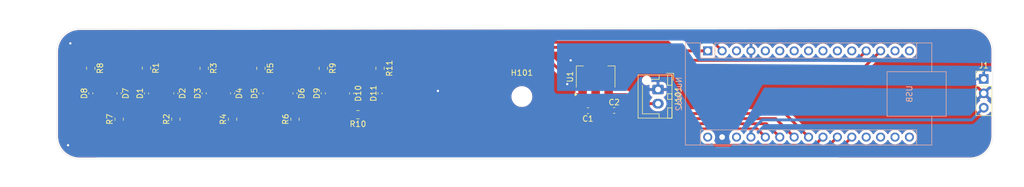
<source format=kicad_pcb>
(kicad_pcb (version 20241229) (generator "pcbnew") (generator_version "9.0")
  (layers (0 "F.Cu" signal) (2 "B.Cu" signal) (13 "F.Paste" user) (15 "B.Paste" user) (5 "F.SilkS" user "F.Silkscreen") (7 "B.SilkS" user "B.Silkscreen") (1 "F.Mask" user) (3 "B.Mask" user) (25 "Edge.Cuts" user))
  (net 0 "")
  (net 1 "Net-(D1-A)")
  (net 2 "GND")
  (net 3 "Net-(D2-A)")
  (net 4 "Net-(D3-A)")
  (net 5 "Net-(D4-A)")
  (net 6 "Net-(D5-A)")
  (net 7 "Net-(D6-A)")
  (net 8 "Net-(D7-A)")
  (net 9 "Net-(D8-A)")
  (net 10 "Net-(D9-A)")
  (net 11 "Net-(D10-A)")
  (net 12 "Net-(D11-A)")
  (net 13 "LED 1")
  (net 14 "LED 2")
  (net 15 "LED 3")
  (net 16 "LED 4")
  (net 17 "LED 5")
  (net 18 "LED 6")
  (net 19 "LED 7")
  (net 20 "LED 8")
  (net 21 "LED 9")
  (net 22 "LED 10")
  (net 23 "LED 11")
  (net 24 "hall senseor")
  (net 25 "3v3")
  (net 26 "batt+")
  (net 27 "+7.5V")
  (footprint "Resistor_SMD:R_0805_2012Metric_Pad1.20x1.40mm_HandSolder" (layer "F.Cu") (at 121 72 90)
    (property "Reference" "R6" (at 0 -1.65 90) (layer "F.SilkS"))
    (property "Value" "220")
    (fp_line (start -0.227064 -0.735) (end 0.227064 -0.735) (stroke (width 0.12)) (layer "F.SilkS"))
    (fp_line (start -0.227064 0.735) (end 0.227064 0.735) (stroke (width 0.12)) (layer "F.SilkS"))
    (pad "1" smd roundrect (at -1 0 90) (size 1.2 1.4) (layers "F.Cu" "F.Mask" "F.Paste") (roundrect_rratio 0.208333) (net 17 "LED 5"))
    (pad "2" smd roundrect (at 1 0 90) (size 1.2 1.4) (layers "F.Cu" "F.Mask" "F.Paste") (roundrect_rratio 0.208333) (net 7 "Net-(D6-A)"))
  )
  (footprint "Capacitor_SMD:C_0402_1005Metric_Pad0.74x0.62mm_HandSolder" (layer "F.Cu") (at 115 67.4325 90)
    (property "Reference" "D5" (at 0 -1.16 90) (layer "F.SilkS"))
    (property "Value" "LED")
    (fp_line (start -0.115835 -0.36) (end 0.115835 -0.36) (stroke (width 0.12)) (layer "F.SilkS"))
    (fp_line (start -0.115835 0.36) (end 0.115835 0.36) (stroke (width 0.12)) (layer "F.SilkS"))
    (pad "1" smd roundrect (at -0.5675 0 90) (size 0.735 0.62) (layers "F.Cu" "F.Mask" "F.Paste") (net 2 "GND"))
    (pad "2" smd roundrect (at 0.5675 0 90) (size 0.735 0.62) (layers "F.Cu" "F.Mask" "F.Paste") (net 6 "Net-(D5-A)"))
  )
  (footprint "Package_TO_SOT_SMD:SOT-223-3_TabPin2" (layer "F.Cu") (at 174 64.5 90)
    (property "Reference" "U1" (at 0 -4.5 90) (layer "F.SilkS"))
    (property "Value" "AZ1117-3.3")
    (fp_line (start 1.91 -3.41) (end 1.91 -2.15) (stroke (width 0.12)) (layer "F.SilkS"))
    (fp_line (start -1.85 -3.41) (end 1.91 -3.41) (stroke (width 0.12)) (layer "F.SilkS"))
    (fp_line (start 1.91 3.41) (end 1.91 2.15) (stroke (width 0.12)) (layer "F.SilkS"))
    (fp_line (start -1.85 3.41) (end 1.91 3.41) (stroke (width 0.12)) (layer "F.SilkS"))
    (fp_poly (pts (xy -3.13 -3.31) (xy -3.37 -3.64) (xy -2.89 -3.64) (xy -3.13 -3.31)) (stroke (width 0.12)) (fill yes) (layer "F.SilkS"))
    (pad "1" smd roundrect (at -3.15 -2.3 90) (size 2 1.5) (layers "F.Cu" "F.Mask" "F.Paste") (net 2 "GND"))
    (pad "2" smd roundrect (at -3.15 0 90) (size 2 1.5) (layers "F.Cu" "F.Mask" "F.Paste") (net 25 "3v3"))
    (pad "2" smd roundrect (at 3.15 0 90) (size 2 3.8) (layers "F.Cu" "F.Mask" "F.Paste") (net 25 "3v3"))
    (pad "3" smd roundrect (at -3.15 2.3 90) (size 2 1.5) (layers "F.Cu" "F.Mask" "F.Paste") (net 26 "batt+"))
  )
  (footprint "Resistor_SMD:R_0805_2012Metric_Pad1.20x1.40mm_HandSolder" (layer "F.Cu") (at 132.1 71.2 180)
    (property "Reference" "R10" (at 0 -1.65 0) (layer "F.SilkS"))
    (property "Value" "220")
    (fp_line (start -0.227064 0.735) (end 0.227064 0.735) (stroke (width 0.12)) (layer "F.SilkS"))
    (fp_line (start -0.227064 -0.735) (end 0.227064 -0.735) (stroke (width 0.12)) (layer "F.SilkS"))
    (pad "1" smd roundrect (at -1 0 180) (size 1.2 1.4) (layers "F.Cu" "F.Mask" "F.Paste") (roundrect_rratio 0.208333) (net 18 "LED 6"))
    (pad "2" smd roundrect (at 1 0 180) (size 1.2 1.4) (layers "F.Cu" "F.Mask" "F.Paste") (roundrect_rratio 0.208333) (net 11 "Net-(D10-A)"))
  )
  (footprint "Capacitor_SMD:C_0402_1005Metric_Pad0.74x0.62mm_HandSolder" (layer "F.Cu") (at 105 67.4325 90)
    (property "Reference" "D3" (at 0 -1.16 90) (layer "F.SilkS"))
    (property "Value" "LED")
    (fp_line (start -0.115835 -0.36) (end 0.115835 -0.36) (stroke (width 0.12)) (layer "F.SilkS"))
    (fp_line (start -0.115835 0.36) (end 0.115835 0.36) (stroke (width 0.12)) (layer "F.SilkS"))
    (pad "1" smd roundrect (at -0.5675 0 90) (size 0.735 0.62) (layers "F.Cu" "F.Mask" "F.Paste") (net 2 "GND"))
    (pad "2" smd roundrect (at 0.5675 0 90) (size 0.735 0.62) (layers "F.Cu" "F.Mask" "F.Paste") (net 4 "Net-(D3-A)"))
  )
  (footprint "MountingHole:MountingHole_3.2mm_M3" (layer "F.Cu") (at 161 68)
    (property "Reference" "H101" (at 0 -4.2 0) (layer "F.SilkS"))
    (property "Value" "MountingHole")
    (pad "" np_thru_hole circle (at 0 0) (size 3.2 3.2) (drill 3.2) (layers "*.Cu" "*.Mask"))
  )
  (footprint "Resistor_SMD:R_0805_2012Metric_Pad1.20x1.40mm_HandSolder" (layer "F.Cu") (at 110 72 90)
    (property "Reference" "R4" (at 0 -1.65 90) (layer "F.SilkS"))
    (property "Value" "220")
    (fp_line (start -0.227064 -0.735) (end 0.227064 -0.735) (stroke (width 0.12)) (layer "F.SilkS"))
    (fp_line (start -0.227064 0.735) (end 0.227064 0.735) (stroke (width 0.12)) (layer "F.SilkS"))
    (pad "1" smd roundrect (at -1 0 90) (size 1.2 1.4) (layers "F.Cu" "F.Mask" "F.Paste") (roundrect_rratio 0.208333) (net 16 "LED 4"))
    (pad "2" smd roundrect (at 1 0 90) (size 1.2 1.4) (layers "F.Cu" "F.Mask" "F.Paste") (roundrect_rratio 0.208333) (net 5 "Net-(D4-A)"))
  )
  (footprint "Resistor_SMD:R_0805_2012Metric_Pad1.20x1.40mm_HandSolder" (layer "F.Cu") (at 126 63 -90)
    (property "Reference" "R9" (at 0 -1.65 90) (layer "F.SilkS"))
    (property "Value" "220")
    (fp_line (start -0.227064 0.735) (end 0.227064 0.735) (stroke (width 0.12)) (layer "F.SilkS"))
    (fp_line (start -0.227064 -0.735) (end 0.227064 -0.735) (stroke (width 0.12)) (layer "F.SilkS"))
    (pad "1" smd roundrect (at -1 0 270) (size 1.2 1.4) (layers "F.Cu" "F.Mask" "F.Paste") (roundrect_rratio 0.208333) (net 22 "LED 10"))
    (pad "2" smd roundrect (at 1 0 270) (size 1.2 1.4) (layers "F.Cu" "F.Mask" "F.Paste") (roundrect_rratio 0.208333) (net 10 "Net-(D9-A)"))
  )
  (footprint "Resistor_SMD:R_0805_2012Metric_Pad1.20x1.40mm_HandSolder" (layer "F.Cu") (at 90 72 90)
    (property "Reference" "R7" (at 0 -1.65 90) (layer "F.SilkS"))
    (property "Value" "220")
    (fp_line (start -0.227064 -0.735) (end 0.227064 -0.735) (stroke (width 0.12)) (layer "F.SilkS"))
    (fp_line (start -0.227064 0.735) (end 0.227064 0.735) (stroke (width 0.12)) (layer "F.SilkS"))
    (pad "1" smd roundrect (at -1 0 90) (size 1.2 1.4) (layers "F.Cu" "F.Mask" "F.Paste") (roundrect_rratio 0.208333) (net 19 "LED 7"))
    (pad "2" smd roundrect (at 1 0 90) (size 1.2 1.4) (layers "F.Cu" "F.Mask" "F.Paste") (roundrect_rratio 0.208333) (net 8 "Net-(D7-A)"))
  )
  (footprint "Resistor_SMD:R_0805_2012Metric_Pad1.20x1.40mm_HandSolder" (layer "F.Cu") (at 136 63 -90)
    (property "Reference" "R11" (at 0 -1.65 90) (layer "F.SilkS"))
    (property "Value" "220")
    (fp_line (start -0.227064 0.735) (end 0.227064 0.735) (stroke (width 0.12)) (layer "F.SilkS"))
    (fp_line (start -0.227064 -0.735) (end 0.227064 -0.735) (stroke (width 0.12)) (layer "F.SilkS"))
    (pad "1" smd roundrect (at -1 0 270) (size 1.2 1.4) (layers "F.Cu" "F.Mask" "F.Paste") (roundrect_rratio 0.208333) (net 23 "LED 11"))
    (pad "2" smd roundrect (at 1 0 270) (size 1.2 1.4) (layers "F.Cu" "F.Mask" "F.Paste") (roundrect_rratio 0.208333) (net 12 "Net-(D11-A)"))
  )
  (footprint "Capacitor_SMD:C_0402_1005Metric_Pad0.74x0.62mm_HandSolder" (layer "F.Cu") (at 90 67.4325 -90)
    (property "Reference" "D7" (at 0 -1.16 90) (layer "F.SilkS"))
    (property "Value" "LED")
    (fp_line (start -0.115835 0.36) (end 0.115835 0.36) (stroke (width 0.12)) (layer "F.SilkS"))
    (fp_line (start -0.115835 -0.36) (end 0.115835 -0.36) (stroke (width 0.12)) (layer "F.SilkS"))
    (pad "1" smd roundrect (at -0.5675 0 270) (size 0.735 0.62) (layers "F.Cu" "F.Mask" "F.Paste") (net 2 "GND"))
    (pad "2" smd roundrect (at 0.5675 0 270) (size 0.735 0.62) (layers "F.Cu" "F.Mask" "F.Paste") (net 8 "Net-(D7-A)"))
  )
  (footprint "Capacitor_SMD:C_0402_1005Metric_Pad0.74x0.62mm_HandSolder" (layer "F.Cu") (at 121 67.4325 -90)
    (property "Reference" "D6" (at 0 -1.16 90) (layer "F.SilkS"))
    (property "Value" "LED")
    (fp_line (start -0.115835 0.36) (end 0.115835 0.36) (stroke (width 0.12)) (layer "F.SilkS"))
    (fp_line (start -0.115835 -0.36) (end 0.115835 -0.36) (stroke (width 0.12)) (layer "F.SilkS"))
    (pad "1" smd roundrect (at -0.5675 0 270) (size 0.735 0.62) (layers "F.Cu" "F.Mask" "F.Paste") (net 2 "GND"))
    (pad "2" smd roundrect (at 0.5675 0 270) (size 0.735 0.62) (layers "F.Cu" "F.Mask" "F.Paste") (net 7 "Net-(D6-A)"))
  )
  (footprint "Capacitor_SMD:C_0402_1005Metric_Pad0.74x0.62mm_HandSolder" (layer "F.Cu") (at 126 67.4325 90)
    (property "Reference" "D9" (at 0 -1.16 90) (layer "F.SilkS"))
    (property "Value" "LED")
    (fp_line (start -0.115835 -0.36) (end 0.115835 -0.36) (stroke (width 0.12)) (layer "F.SilkS"))
    (fp_line (start -0.115835 0.36) (end 0.115835 0.36) (stroke (width 0.12)) (layer "F.SilkS"))
    (pad "1" smd roundrect (at -0.5675 0 90) (size 0.735 0.62) (layers "F.Cu" "F.Mask" "F.Paste") (net 2 "GND"))
    (pad "2" smd roundrect (at 0.5675 0 90) (size 0.735 0.62) (layers "F.Cu" "F.Mask" "F.Paste") (net 10 "Net-(D9-A)"))
  )
  (footprint "Capacitor_SMD:C_0402_1005Metric_Pad0.74x0.62mm_HandSolder" (layer "F.Cu") (at 130.99 67.4325 -90)
    (property "Reference" "D10" (at 0 -1.16 90) (layer "F.SilkS"))
    (property "Value" "LED")
    (fp_line (start -0.115835 0.36) (end 0.115835 0.36) (stroke (width 0.12)) (layer "F.SilkS"))
    (fp_line (start -0.115835 -0.36) (end 0.115835 -0.36) (stroke (width 0.12)) (layer "F.SilkS"))
    (pad "1" smd roundrect (at -0.5675 0 270) (size 0.735 0.62) (layers "F.Cu" "F.Mask" "F.Paste") (net 2 "GND"))
    (pad "2" smd roundrect (at 0.5675 0 270) (size 0.735 0.62) (layers "F.Cu" "F.Mask" "F.Paste") (net 11 "Net-(D10-A)"))
  )
  (footprint "Capacitor_SMD:C_0603_1608Metric_Pad1.08x0.95mm_HandSolder" (layer "F.Cu") (at 177.2675 70.45)
    (property "Reference" "C2" (at 0 -1.43 0) (layer "F.SilkS"))
    (property "Value" "C")
    (fp_line (start -0.146267 -0.51) (end 0.146267 -0.51) (stroke (width 0.12)) (layer "F.SilkS"))
    (fp_line (start -0.146267 0.51) (end 0.146267 0.51) (stroke (width 0.12)) (layer "F.SilkS"))
    (pad "1" smd roundrect (at -0.8625 0) (size 1.075 0.95) (layers "F.Cu" "F.Mask" "F.Paste") (net 26 "batt+"))
    (pad "2" smd roundrect (at 0.8625 0) (size 1.075 0.95) (layers "F.Cu" "F.Mask" "F.Paste") (net 2 "GND"))
  )
  (footprint "Resistor_SMD:R_0805_2012Metric_Pad1.20x1.40mm_HandSolder" (layer "F.Cu") (at 85 63 -90)
    (property "Reference" "R8" (at 0 -1.65 90) (layer "F.SilkS"))
    (property "Value" "220")
    (fp_line (start -0.227064 0.735) (end 0.227064 0.735) (stroke (width 0.12)) (layer "F.SilkS"))
    (fp_line (start -0.227064 -0.735) (end 0.227064 -0.735) (stroke (width 0.12)) (layer "F.SilkS"))
    (pad "1" smd roundrect (at -1 0 270) (size 1.2 1.4) (layers "F.Cu" "F.Mask" "F.Paste") (roundrect_rratio 0.208333) (net 13 "LED 1"))
    (pad "2" smd roundrect (at 1 0 270) (size 1.2 1.4) (layers "F.Cu" "F.Mask" "F.Paste") (roundrect_rratio 0.208333) (net 9 "Net-(D8-A)"))
  )
  (footprint "Resistor_SMD:R_0805_2012Metric_Pad1.20x1.40mm_HandSolder" (layer "F.Cu") (at 94.82 62.97 -90)
    (property "Reference" "R1" (at 0 -1.65 90) (layer "F.SilkS"))
    (property "Value" "220")
    (fp_line (start -0.227064 0.735) (end 0.227064 0.735) (stroke (width 0.12)) (layer "F.SilkS"))
    (fp_line (start -0.227064 -0.735) (end 0.227064 -0.735) (stroke (width 0.12)) (layer "F.SilkS"))
    (pad "1" smd roundrect (at -1 0 270) (size 1.2 1.4) (layers "F.Cu" "F.Mask" "F.Paste") (roundrect_rratio 0.208333) (net 14 "LED 2"))
    (pad "2" smd roundrect (at 1 0 270) (size 1.2 1.4) (layers "F.Cu" "F.Mask" "F.Paste") (roundrect_rratio 0.208333) (net 1 "Net-(D1-A)"))
  )
  (footprint "Connector_JST:JST_XH_B2B-XH-AM_1x02_P2.50mm_Vertical" (layer "F.Cu") (at 185 66.75 -90)
    (property "Reference" "J101" (at 1.25 -3.55 270) (layer "F.SilkS"))
    (property "Value" "Conn_01x02")
    (fp_line (start -2.56 3.51) (end 5.06 3.51) (stroke (width 0.12)) (layer "F.SilkS"))
    (fp_line (start 5.06 3.51) (end 5.06 -2.46) (stroke (width 0.12)) (layer "F.SilkS"))
    (fp_line (start 1.25 2.75) (end -0.74 2.75) (stroke (width 0.12)) (layer "F.SilkS"))
    (fp_line (start 4.3 2.75) (end 1.25 2.75) (stroke (width 0.12)) (layer "F.SilkS"))
    (fp_line (start -2.55 -0.2) (end -1.8 -0.2) (stroke (width 0.12)) (layer "F.SilkS"))
    (fp_line (start -1.8 -0.2) (end -1.8 1.14) (stroke (width 0.12)) (layer "F.SilkS"))
    (fp_line (start 4.3 -0.2) (end 4.3 2.75) (stroke (width 0.12)) (layer "F.SilkS"))
    (fp_line (start 5.05 -0.2) (end 4.3 -0.2) (stroke (width 0.12)) (layer "F.SilkS"))
    (fp_line (start -2.55 -1.7) (end -0.75 -1.7) (stroke (width 0.12)) (layer "F.SilkS"))
    (fp_line (start -0.75 -1.7) (end -0.75 -2.45) (stroke (width 0.12)) (layer "F.SilkS"))
    (fp_line (start 0.75 -1.7) (end 1.75 -1.7) (stroke (width 0.12)) (layer "F.SilkS"))
    (fp_line (start 1.75 -1.7) (end 1.75 -2.45) (stroke (width 0.12)) (layer "F.SilkS"))
    (fp_line (start 3.25 -1.7) (end 5.05 -1.7) (stroke (width 0.12)) (layer "F.SilkS"))
    (fp_line (start 5.05 -1.7) (end 5.05 -2.45) (stroke (width 0.12)) (layer "F.SilkS"))
    (fp_line (start -2.55 -2.45) (end -2.55 -1.7) (stroke (width 0.12)) (layer "F.SilkS"))
    (fp_line (start -0.75 -2.45) (end -2.55 -2.45) (stroke (width 0.12)) (layer "F.SilkS"))
    (fp_line (start 0.75 -2.45) (end 0.75 -1.7) (stroke (width 0.12)) (layer "F.SilkS"))
    (fp_line (start 1.75 -2.45) (end 0.75 -2.45) (stroke (width 0.12)) (layer "F.SilkS"))
    (fp_line (start 3.25 -2.45) (end 3.25 -1.7) (stroke (width 0.12)) (layer "F.SilkS"))
    (fp_line (start 5.05 -2.45) (end 3.25 -2.45) (stroke (width 0.12)) (layer "F.SilkS"))
    (fp_line (start -2.56 -2.46) (end -2.56 3.51) (stroke (width 0.12)) (layer "F.SilkS"))
    (fp_line (start 5.06 -2.46) (end -2.56 -2.46) (stroke (width 0.12)) (layer "F.SilkS"))
    (fp_line (start -2.85 -2.75) (end -2.85 -1.5) (stroke (width 0.12)) (layer "F.SilkS"))
    (fp_line (start -1.6 -2.75) (end -2.85 -2.75) (stroke (width 0.12)) (layer "F.SilkS"))
    (pad "" np_thru_hole circle (at -1.6 2 270) (size 1.2 1.2) (drill 1.2) (layers "*.Cu" "*.Mask"))
    (pad "1" thru_hole roundrect (at 0 0 270) (size 1.7 2) (drill 1) (layers "*.Cu" "*.Mask") (roundrect_rratio 0.147059) (net 2 "GND"))
    (pad "2" thru_hole oval (at 2.5 0 270) (size 1.7 2) (drill 1) (layers "*.Cu" "*.Mask") (net 26 "batt+"))
  )
  (footprint "Capacitor_SMD:C_0402_1005Metric_Pad0.74x0.62mm_HandSolder" (layer "F.Cu") (at 136 67.4325 90)
    (property "Reference" "D11" (at 0 -1.16 90) (layer "F.SilkS"))
    (property "Value" "LED")
    (fp_line (start -0.115835 -0.36) (end 0.115835 -0.36) (stroke (width 0.12)) (layer "F.SilkS"))
    (fp_line (start -0.115835 0.36) (end 0.115835 0.36) (stroke (width 0.12)) (layer "F.SilkS"))
    (pad "1" smd roundrect (at -0.5675 0 90) (size 0.735 0.62) (layers "F.Cu" "F.Mask" "F.Paste") (net 2 "GND"))
    (pad "2" smd roundrect (at 0.5675 0 90) (size 0.735 0.62) (layers "F.Cu" "F.Mask" "F.Paste") (net 12 "Net-(D11-A)"))
  )
  (footprint "Capacitor_SMD:C_0402_1005Metric_Pad0.74x0.62mm_HandSolder" (layer "F.Cu") (at 85 67.4325 90)
    (property "Reference" "D8" (at 0 -1.16 90) (layer "F.SilkS"))
    (property "Value" "LED")
    (fp_line (start -0.115835 -0.36) (end 0.115835 -0.36) (stroke (width 0.12)) (layer "F.SilkS"))
    (fp_line (start -0.115835 0.36) (end 0.115835 0.36) (stroke (width 0.12)) (layer "F.SilkS"))
    (pad "1" smd roundrect (at -0.5675 0 90) (size 0.735 0.62) (layers "F.Cu" "F.Mask" "F.Paste") (net 2 "GND"))
    (pad "2" smd roundrect (at 0.5675 0 90) (size 0.735 0.62) (layers "F.Cu" "F.Mask" "F.Paste") (net 9 "Net-(D8-A)"))
  )
  (footprint "Capacitor_SMD:C_0402_1005Metric_Pad0.74x0.62mm_HandSolder" (layer "F.Cu") (at 110 67.4325 -90)
    (property "Reference" "D4" (at 0 -1.16 90) (layer "F.SilkS"))
    (property "Value" "LED")
    (fp_line (start -0.115835 0.36) (end 0.115835 0.36) (stroke (width 0.12)) (layer "F.SilkS"))
    (fp_line (start -0.115835 -0.36) (end 0.115835 -0.36) (stroke (width 0.12)) (layer "F.SilkS"))
    (pad "1" smd roundrect (at -0.5675 0 270) (size 0.735 0.62) (layers "F.Cu" "F.Mask" "F.Paste") (net 2 "GND"))
    (pad "2" smd roundrect (at 0.5675 0 270) (size 0.735 0.62) (layers "F.Cu" "F.Mask" "F.Paste") (net 5 "Net-(D4-A)"))
  )
  (footprint "Resistor_SMD:R_0805_2012Metric_Pad1.20x1.40mm_HandSolder" (layer "F.Cu") (at 115 63 -90)
    (property "Reference" "R5" (at 0 -1.65 90) (layer "F.SilkS"))
    (property "Value" "220")
    (fp_line (start -0.227064 0.735) (end 0.227064 0.735) (stroke (width 0.12)) (layer "F.SilkS"))
    (fp_line (start -0.227064 -0.735) (end 0.227064 -0.735) (stroke (width 0.12)) (layer "F.SilkS"))
    (pad "1" smd roundrect (at -1 0 270) (size 1.2 1.4) (layers "F.Cu" "F.Mask" "F.Paste") (roundrect_rratio 0.208333) (net 20 "LED 8"))
    (pad "2" smd roundrect (at 1 0 270) (size 1.2 1.4) (layers "F.Cu" "F.Mask" "F.Paste") (roundrect_rratio 0.208333) (net 6 "Net-(D5-A)"))
  )
  (footprint "Connector_PinHeader_2.54mm:PinHeader_1x03_P2.54mm_Vertical" (layer "F.Cu") (at 242.42 64.89)
    (property "Reference" "J1" (at 0 -2.38 0) (layer "F.SilkS"))
    (property "Value" "Conn_01x03_Pin")
    (fp_line (start -1.38 -1.38) (end 0 -1.38) (stroke (width 0.12)) (layer "F.SilkS"))
    (fp_line (start -1.38 0) (end -1.38 -1.38) (stroke (width 0.12)) (layer "F.SilkS"))
    (fp_line (start -1.38 1.27) (end -1.38 6.46) (stroke (width 0.12)) (layer "F.SilkS"))
    (fp_line (start -1.38 1.27) (end 1.38 1.27) (stroke (width 0.12)) (layer "F.SilkS"))
    (fp_line (start -1.38 6.46) (end 1.38 6.46) (stroke (width 0.12)) (layer "F.SilkS"))
    (fp_line (start 1.38 1.27) (end 1.38 6.46) (stroke (width 0.12)) (layer "F.SilkS"))
    (pad "1" thru_hole rect (at 0 0) (size 1.7 1.7) (drill 1) (layers "*.Cu" "*.Mask") (net 25 "3v3"))
    (pad "2" thru_hole circle (at 0 2.54) (size 1.7 1.7) (drill 1) (layers "*.Cu" "*.Mask") (net 2 "GND"))
    (pad "3" thru_hole circle (at 0 5.08) (size 1.7 1.7) (drill 1) (layers "*.Cu" "*.Mask") (net 24 "hall senseor"))
  )
  (footprint "Resistor_SMD:R_0805_2012Metric_Pad1.20x1.40mm_HandSolder" (layer "F.Cu") (at 100 72 90)
    (property "Reference" "R2" (at 0 -1.65 90) (layer "F.SilkS"))
    (property "Value" "220")
    (fp_line (start -0.227064 -0.735) (end 0.227064 -0.735) (stroke (width 0.12)) (layer "F.SilkS"))
    (fp_line (start -0.227064 0.735) (end 0.227064 0.735) (stroke (width 0.12)) (layer "F.SilkS"))
    (pad "1" smd roundrect (at -1 0 90) (size 1.2 1.4) (layers "F.Cu" "F.Mask" "F.Paste") (roundrect_rratio 0.208333) (net 15 "LED 3"))
    (pad "2" smd roundrect (at 1 0 90) (size 1.2 1.4) (layers "F.Cu" "F.Mask" "F.Paste") (roundrect_rratio 0.208333) (net 3 "Net-(D2-A)"))
  )
  (footprint "Capacitor_SMD:C_0603_1608Metric_Pad1.08x0.95mm_HandSolder" (layer "F.Cu") (at 172.64 70.49 180)
    (property "Reference" "C1" (at 0 -1.43 0) (layer "F.SilkS"))
    (property "Value" "C")
    (fp_line (start -0.146267 0.51) (end 0.146267 0.51) (stroke (width 0.12)) (layer "F.SilkS"))
    (fp_line (start -0.146267 -0.51) (end 0.146267 -0.51) (stroke (width 0.12)) (layer "F.SilkS"))
    (pad "1" smd roundrect (at -0.8625 0 180) (size 1.075 0.95) (layers "F.Cu" "F.Mask" "F.Paste") (net 25 "3v3"))
    (pad "2" smd roundrect (at 0.8625 0 180) (size 1.075 0.95) (layers "F.Cu" "F.Mask" "F.Paste") (net 2 "GND"))
  )
  (footprint "Capacitor_SMD:C_0402_1005Metric_Pad0.74x0.62mm_HandSolder" (layer "F.Cu") (at 94.83 67.4325 90)
    (property "Reference" "D1" (at 0 -1.16 90) (layer "F.SilkS"))
    (property "Value" "LED")
    (fp_line (start -0.115835 -0.36) (end 0.115835 -0.36) (stroke (width 0.12)) (layer "F.SilkS"))
    (fp_line (start -0.115835 0.36) (end 0.115835 0.36) (stroke (width 0.12)) (layer "F.SilkS"))
    (pad "1" smd roundrect (at -0.5675 0 90) (size 0.735 0.62) (layers "F.Cu" "F.Mask" "F.Paste") (net 2 "GND"))
    (pad "2" smd roundrect (at 0.5675 0 90) (size 0.735 0.62) (layers "F.Cu" "F.Mask" "F.Paste") (net 1 "Net-(D1-A)"))
  )
  (footprint "Resistor_SMD:R_0805_2012Metric_Pad1.20x1.40mm_HandSolder" (layer "F.Cu") (at 105 63 -90)
    (property "Reference" "R3" (at 0 -1.65 90) (layer "F.SilkS"))
    (property "Value" "220")
    (fp_line (start -0.227064 0.735) (end 0.227064 0.735) (stroke (width 0.12)) (layer "F.SilkS"))
    (fp_line (start -0.227064 -0.735) (end 0.227064 -0.735) (stroke (width 0.12)) (layer "F.SilkS"))
    (pad "1" smd roundrect (at -1 0 270) (size 1.2 1.4) (layers "F.Cu" "F.Mask" "F.Paste") (roundrect_rratio 0.208333) (net 21 "LED 9"))
    (pad "2" smd roundrect (at 1 0 270) (size 1.2 1.4) (layers "F.Cu" "F.Mask" "F.Paste") (roundrect_rratio 0.208333) (net 4 "Net-(D3-A)"))
  )
  (footprint "Capacitor_SMD:C_0402_1005Metric_Pad0.74x0.62mm_HandSolder" (layer "F.Cu") (at 100 67.4325 -90)
    (property "Reference" "D2" (at 0 -1.16 90) (layer "F.SilkS"))
    (property "Value" "LED")
    (fp_line (start -0.115835 0.36) (end 0.115835 0.36) (stroke (width 0.12)) (layer "F.SilkS"))
    (fp_line (start -0.115835 -0.36) (end 0.115835 -0.36) (stroke (width 0.12)) (layer "F.SilkS"))
    (pad "1" smd roundrect (at -0.5675 0 270) (size 0.735 0.62) (layers "F.Cu" "F.Mask" "F.Paste") (net 2 "GND"))
    (pad "2" smd roundrect (at 0.5675 0 270) (size 0.735 0.62) (layers "F.Cu" "F.Mask" "F.Paste") (net 3 "Net-(D2-A)"))
  )
  (footprint "Module:Arduino_Nano" (layer "B.Cu") (at 193.76 59.92 -90)
    (property "Reference" "Nucleo2" (at 7.62 5.08 90) (layer "B.SilkS") (effects (justify mirror)))
    (property "Value" "~")
    (fp_line (start -1.4 3.94) (end -1.4 1.27) (stroke (width 0.12)) (layer "B.SilkS"))
    (fp_line (start 16.64 3.94) (end -1.4 3.94) (stroke (width 0.12)) (layer "B.SilkS"))
    (fp_line (start 1.27 1.27) (end -1.4 1.27) (stroke (width 0.12)) (layer "B.SilkS"))
    (fp_line (start 13.97 1.27) (end 16.64 1.27) (stroke (width 0.12)) (layer "B.SilkS"))
    (fp_line (start 13.97 1.27) (end 13.97 -36.83) (stroke (width 0.12)) (layer "B.SilkS"))
    (fp_line (start -1.4 -1.27) (end -1.4 -39.5) (stroke (width 0.12)) (layer "B.SilkS"))
    (fp_line (start 1.27 -1.27) (end 1.27 1.27) (stroke (width 0.12)) (layer "B.SilkS"))
    (fp_line (start 1.27 -1.27) (end -1.4 -1.27) (stroke (width 0.12)) (layer "B.SilkS"))
    (fp_line (start 1.27 -1.27) (end 1.27 -36.83) (stroke (width 0.12)) (layer "B.SilkS"))
    (fp_line (start 3.68 -31.62) (end 11.56 -31.62) (stroke (width 0.12)) (layer "B.SilkS"))
    (fp_line (start 11.56 -31.62) (end 11.56 -42.04) (stroke (width 0.12)) (layer "B.SilkS"))
    (fp_line (start 1.27 -36.83) (end -1.4 -36.83) (stroke (width 0.12)) (layer "B.SilkS"))
    (fp_line (start 13.97 -36.83) (end 16.64 -36.83) (stroke (width 0.12)) (layer "B.SilkS"))
    (fp_line (start -1.4 -39.5) (end 3.68 -39.5) (stroke (width 0.12)) (layer "B.SilkS"))
    (fp_line (start 16.64 -39.5) (end 16.64 3.94) (stroke (width 0.12)) (layer "B.SilkS"))
    (fp_line (start 16.64 -39.5) (end 11.56 -39.5) (stroke (width 0.12)) (layer "B.SilkS"))
    (fp_line (start 3.68 -42.04) (end 3.68 -31.62) (stroke (width 0.12)) (layer "B.SilkS"))
    (fp_line (start 11.56 -42.04) (end 3.68 -42.04) (stroke (width 0.12)) (layer "B.SilkS"))
    (fp_text user "USB" (at 7.62 -35.56 90) (layer "B.SilkS") (effects (justify mirror)))
    (pad "1" thru_hole rect (at 0 0 270) (size 1.6 1.6) (drill 1) (layers "*.Cu" "*.Mask") (net 20 "LED 8"))
    (pad "2" thru_hole oval (at 0 -2.54 270) (size 1.6 1.6) (drill 1) (layers "*.Cu" "*.Mask") (net 21 "LED 9"))
    (pad "3" thru_hole oval (at 0 -5.08 270) (size 1.6 1.6) (drill 1) (layers "*.Cu" "*.Mask"))
    (pad "4" thru_hole oval (at 0 -7.62 270) (size 1.6 1.6) (drill 1) (layers "*.Cu" "*.Mask") (net 2 "GND"))
    (pad "5" thru_hole oval (at 0 -10.16 270) (size 1.6 1.6) (drill 1) (layers "*.Cu" "*.Mask"))
    (pad "6" thru_hole oval (at 0 -12.7 270) (size 1.6 1.6) (drill 1) (layers "*.Cu" "*.Mask"))
    (pad "7" thru_hole oval (at 0 -15.24 270) (size 1.6 1.6) (drill 1) (layers "*.Cu" "*.Mask"))
    (pad "8" thru_hole oval (at 0 -17.78 270) (size 1.6 1.6) (drill 1) (layers "*.Cu" "*.Mask"))
    (pad "9" thru_hole oval (at 0 -20.32 270) (size 1.6 1.6) (drill 1) (layers "*.Cu" "*.Mask"))
    (pad "10" thru_hole oval (at 0 -22.86 270) (size 1.6 1.6) (drill 1) (layers "*.Cu" "*.Mask"))
    (pad "11" thru_hole oval (at 0 -25.4 270) (size 1.6 1.6) (drill 1) (layers "*.Cu" "*.Mask"))
    (pad "12" thru_hole oval (at 0 -27.94 270) (size 1.6 1.6) (drill 1) (layers "*.Cu" "*.Mask") (net 22 "LED 10"))
    (pad "13" thru_hole oval (at 0 -30.48 270) (size 1.6 1.6) (drill 1) (layers "*.Cu" "*.Mask") (net 23 "LED 11"))
    (pad "14" thru_hole oval (at 0 -33.02 270) (size 1.6 1.6) (drill 1) (layers "*.Cu" "*.Mask"))
    (pad "15" thru_hole oval (at 0 -35.56 270) (size 1.6 1.6) (drill 1) (layers "*.Cu" "*.Mask"))
    (pad "16" thru_hole oval (at 15.24 -35.56 270) (size 1.6 1.6) (drill 1) (layers "*.Cu" "*.Mask") (net 27 "+7.5V"))
    (pad "17" thru_hole oval (at 15.24 -33.02 270) (size 1.6 1.6) (drill 1) (layers "*.Cu" "*.Mask"))
    (pad "18" thru_hole oval (at 15.24 -30.48 270) (size 1.6 1.6) (drill 1) (layers "*.Cu" "*.Mask"))
    (pad "19" thru_hole oval (at 15.24 -27.94 270) (size 1.6 1.6) (drill 1) (layers "*.Cu" "*.Mask"))
    (pad "20" thru_hole oval (at 15.24 -25.4 270) (size 1.6 1.6) (drill 1) (layers "*.Cu" "*.Mask") (net 13 "LED 1"))
    (pad "21" thru_hole oval (at 15.24 -22.86 270) (size 1.6 1.6) (drill 1) (layers "*.Cu" "*.Mask") (net 14 "LED 2"))
    (pad "22" thru_hole oval (at 15.24 -20.32 270) (size 1.6 1.6) (drill 1) (layers "*.Cu" "*.Mask") (net 19 "LED 7"))
    (pad "23" thru_hole oval (at 15.24 -17.78 270) (size 1.6 1.6) (drill 1) (layers "*.Cu" "*.Mask") (net 18 "LED 6"))
    (pad "24" thru_hole oval (at 15.24 -15.24 270) (size 1.6 1.6) (drill 1) (layers "*.Cu" "*.Mask") (net 17 "LED 5"))
    (pad "25" thru_hole oval (at 15.24 -12.7 270) (size 1.6 1.6) (drill 1) (layers "*.Cu" "*.Mask") (net 16 "LED 4"))
    (pad "26" thru_hole oval (at 15.24 -10.16 270) (size 1.6 1.6) (drill 1) (layers "*.Cu" "*.Mask") (net 15 "LED 3"))
    (pad "27" thru_hole oval (at 15.24 -7.62 270) (size 1.6 1.6) (drill 1) (layers "*.Cu" "*.Mask") (net 24 "hall senseor"))
    (pad "28" thru_hole oval (at 15.24 -5.08 270) (size 1.6 1.6) (drill 1) (layers "*.Cu" "*.Mask"))
    (pad "29" thru_hole oval (at 15.24 -2.54 270) (size 1.6 1.6) (drill 1) (layers "*.Cu" "*.Mask") (net 25 "3v3"))
    (pad "30" thru_hole oval (at 15.24 0 270) (size 1.6 1.6) (drill 1) (layers "*.Cu" "*.Mask"))
  )
  (gr_arc (start 79 60) (mid 80.171573 57.171573) (end 83 56) (stroke (width 0.05)) (layer "Edge.Cuts"))
  (gr_line (start 243.999972 59.828427) (end 244 75) (stroke (width 0.05)) (layer "Edge.Cuts"))
  (gr_arc (start 240 55.828427) (mid 242.828427 57) (end 244 59.828427) (stroke (width 0.05)) (layer "Edge.Cuts"))
  (gr_line (start 83 79) (end 240 79) (stroke (width 0.05)) (layer "Edge.Cuts"))
  (gr_line (start 79 60) (end 79 75) (stroke (width 0.05)) (layer "Edge.Cuts"))
  (gr_arc (start 244 75) (mid 242.828427 77.828427) (end 240 79) (stroke (width 0.05)) (layer "Edge.Cuts"))
  (gr_line (start 240 55.828427) (end 83 56) (stroke (width 0.05)) (layer "Edge.Cuts"))
  (gr_arc (start 83 79) (mid 80.171573 77.828427) (end 79 75) (stroke (width 0.05)) (layer "Edge.Cuts"))
  (segment (start 94.82 66.855) (end 94.83 66.865) (width 0.5) (layer "F.Cu") (net 1))
  (segment (start 94.82 63.97) (end 94.82 66.855) (width 0.5) (layer "F.Cu") (net 1))
  (via (at 81 76.6) (size 0.8) (drill 0.4) (layers "F.Cu" "B.Cu") (net 2))
  (via (at 81.4 58.6) (size 0.8) (drill 0.4) (layers "F.Cu" "B.Cu") (net 2))
  (via (at 146.2 67) (size 0.8) (drill 0.4) (layers "F.Cu" "B.Cu") (net 2))
  (segment (start 100 71) (end 100 68) (width 0.5) (layer "F.Cu") (net 3))
  (segment (start 105 66.865) (end 105 64) (width 0.5) (layer "F.Cu") (net 4))
  (segment (start 110 68) (end 110 71) (width 0.5) (layer "F.Cu") (net 5))
  (segment (start 115 64) (end 115 66.865) (width 0.5) (layer "F.Cu") (net 6))
  (segment (start 121 71) (end 121 68) (width 0.5) (layer "F.Cu") (net 7))
  (segment (start 90 71) (end 90 68) (width 0.5) (layer "F.Cu") (net 8))
  (segment (start 85 64) (end 85 66.865) (width 0.5) (layer "F.Cu") (net 9))
  (segment (start 126 64) (end 126 66.865) (width 0.5) (layer "F.Cu") (net 10))
  (segment (start 131 71) (end 131 68.01) (width 0.5) (layer "F.Cu") (net 11))
  (segment (start 131 68.01) (end 130.99 68) (width 0.5) (layer "F.Cu") (net 11))
  (segment (start 136 64) (end 136 66.865) (width 0.5) (layer "F.Cu") (net 12))
  (segment (start 80.6 63.7) (end 80.6 72) (width 0.5) (layer "F.Cu") (net 13))
  (segment (start 215.907 78.413) (end 219.16 75.16) (width 0.5) (layer "F.Cu") (net 13))
  (segment (start 82.3 62) (end 80.6 63.7) (width 0.5) (layer "F.Cu") (net 13))
  (segment (start 80.6 72) (end 87.013 78.413) (width 0.5) (layer "F.Cu") (net 13))
  (segment (start 87.013 78.413) (end 215.907 78.413) (width 0.5) (layer "F.Cu") (net 13))
  (segment (start 85 62) (end 82.3 62) (width 0.5) (layer "F.Cu") (net 13))
  (segment (start 87.4 62.2) (end 87.4 75.9) (width 0.5) (layer "F.Cu") (net 14))
  (segment (start 93.7 59.5) (end 90.1 59.5) (width 0.5) (layer "F.Cu") (net 14))
  (segment (start 214.268 77.512) (end 216.62 75.16) (width 0.5) (layer "F.Cu") (net 14))
  (segment (start 89.012 77.512) (end 214.268 77.512) (width 0.5) (layer "F.Cu") (net 14))
  (segment (start 94.82 60.62) (end 93.7 59.5) (width 0.5) (layer "F.Cu") (net 14))
  (segment (start 87.4 75.9) (end 89.012 77.512) (width 0.5) (layer "F.Cu") (net 14))
  (segment (start 94.82 61.97) (end 94.82 60.62) (width 0.5) (layer "F.Cu") (net 14))
  (segment (start 90.1 59.5) (end 87.4 62.2) (width 0.5) (layer "F.Cu") (net 14))
  (segment (start 189.59 75.71) (end 173.91 75.71) (width 0.5) (layer "F.Cu") (net 15))
  (segment (start 173.91 75.71) (end 101.41 75.71) (width 0.5) (layer "F.Cu") (net 15))
  (segment (start 101.41 75.71) (end 100 74.3) (width 0.5) (layer "F.Cu") (net 15))
  (segment (start 191.591 73.709) (end 189.59 75.71) (width 0.5) (layer "F.Cu") (net 15))
  (segment (start 173.91 75.71) (end 173.9 75.7) (width 0.5) (layer "F.Cu") (net 15))
  (segment (start 100 74.3) (end 100 73) (width 0.5) (layer "F.Cu") (net 15))
  (segment (start 203.92 75.16) (end 202.469 73.709) (width 0.5) (layer "F.Cu") (net 15))
  (segment (start 202.469 73.709) (end 191.591 73.709) (width 0.5) (layer "F.Cu") (net 15))
  (segment (start 206.46 75.16) (end 204.1 72.8) (width 0.5) (layer "F.Cu") (net 16))
  (segment (start 189.216794 74.809) (end 174.71 74.809) (width 0.5) (layer "F.Cu") (net 16))
  (segment (start 191.225794 72.8) (end 189.216794 74.809) (width 0.5) (layer "F.Cu") (net 16))
  (segment (start 174.700001 74.799001) (end 111.399001 74.799001) (width 0.5) (layer "F.Cu") (net 16))
  (segment (start 110 73.4) (end 110 73) (width 0.5) (layer "F.Cu") (net 16))
  (segment (start 174.71 74.809) (end 174.700001 74.799001) (width 0.5) (layer "F.Cu") (net 16))
  (segment (start 204.1 72.8) (end 191.225794 72.8) (width 0.5) (layer "F.Cu") (net 16))
  (segment (start 111.399001 74.799001) (end 110 73.4) (width 0.5) (layer "F.Cu") (net 16))
  (segment (start 121.698001 73.898001) (end 121 73.2) (width 0.5) (layer "F.Cu") (net 17))
  (segment (start 190.852587 71.899001) (end 188.843588 73.908) (width 0.5) (layer "F.Cu") (net 17))
  (segment (start 205.739 71.899) (end 190.852587 71.899001) (width 0.5) (layer "F.Cu") (net 17))
  (segment (start 209 75.16) (end 205.739 71.899) (width 0.5) (layer "F.Cu") (net 17))
  (segment (start 175.400001 73.898001) (end 121.698001 73.898001) (width 0.5) (layer "F.Cu") (net 17))
  (segment (start 175.41 73.908) (end 175.400001 73.898001) (width 0.5) (layer "F.Cu") (net 17))
  (segment (start 121 73.2) (end 121 73) (width 0.5) (layer "F.Cu") (net 17))
  (segment (start 188.843588 73.908) (end 175.41 73.908) (width 0.5) (layer "F.Cu") (net 17))
  (segment (start 176.400001 72.997001) (end 138.4 72.997001) (width 0.5) (layer "F.Cu") (net 18))
  (segment (start 190.47938 70.998002) (end 188.470382 73.007) (width 0.5) (layer "F.Cu") (net 18))
  (segment (start 211.54 75.16) (end 207.378 70.998) (width 0.5) (layer "F.Cu") (net 18))
  (segment (start 138.4 72.997001) (end 136.602999 71.2) (width 0.5) (layer "F.Cu") (net 18))
  (segment (start 188.470382 73.007) (end 176.41 73.007) (width 0.5) (layer "F.Cu") (net 18))
  (segment (start 207.378 70.998) (end 190.47938 70.998002) (width 0.5) (layer "F.Cu") (net 18))
  (segment (start 176.41 73.007) (end 176.400001 72.997001) (width 0.5) (layer "F.Cu") (net 18))
  (segment (start 136.602999 71.2) (end 133.1 71.2) (width 0.5) (layer "F.Cu") (net 18))
  (segment (start 92.111 76.611) (end 90 74.5) (width 0.5) (layer "F.Cu") (net 19))
  (segment (start 90 74.5) (end 90 73) (width 0.5) (layer "F.Cu") (net 19))
  (segment (start 212.629 76.611) (end 92.111 76.611) (width 0.5) (layer "F.Cu") (net 19))
  (segment (start 214.08 75.16) (end 212.629 76.611) (width 0.5) (layer "F.Cu") (net 19))
  (segment (start 177.5 58.399) (end 177.100999 58.399001) (width 0.5) (layer "F.Cu") (net 20))
  (segment (start 177.100999 58.399001) (end 117.100999 58.399001) (width 0.5) (layer "F.Cu") (net 20))
  (segment (start 186.799 58.399) (end 177.5 58.399) (width 0.5) (layer "F.Cu") (net 20))
  (segment (start 188.32 59.92) (end 186.799 58.399) (width 0.5) (layer "F.Cu") (net 20))
  (segment (start 117.100999 58.399001) (end 115 60.5) (width 0.5) (layer "F.Cu") (net 20))
  (segment (start 115 60.5) (end 115 62) (width 0.5) (layer "F.Cu") (net 20))
  (segment (start 193.76 59.92) (end 188.32 59.92) (width 0.5) (layer "F.Cu") (net 20))
  (segment (start 193.878002 57.498002) (end 196.3 59.92) (width 0.5) (layer "F.Cu") (net 21))
  (segment (start 105 62) (end 105 60.4) (width 0.5) (layer "F.Cu") (net 21))
  (segment (start 107.901998 57.498002) (end 193.878002 57.498002) (width 0.5) (layer "F.Cu") (net 21))
  (segment (start 105 60.4) (end 107.901998 57.498002) (width 0.5) (layer "F.Cu") (net 21))
  (segment (start 184.5 59.3) (end 126.8 59.3) (width 0.5) (layer "F.Cu") (net 22))
  (segment (start 126 60.1) (end 126 62) (width 0.5) (layer "F.Cu") (net 22))
  (segment (start 220.02 61.6) (end 186.8 61.6) (width 0.5) (layer "F.Cu") (net 22))
  (segment (start 186.8 61.6) (end 184.5 59.3) (width 0.5) (layer "F.Cu") (net 22))
  (segment (start 126.8 59.3) (end 126 60.1) (width 0.5) (layer "F.Cu") (net 22))
  (segment (start 221.7 59.92) (end 220.02 61.6) (width 0.5) (layer "F.Cu") (net 22))
  (segment (start 221.36 62.8) (end 180.4 62.8) (width 0.5) (layer "F.Cu") (net 23))
  (segment (start 180.4 62.8) (end 179.2 64) (width 0.5) (layer "F.Cu") (net 23))
  (segment (start 168.3 64) (end 166.3 62) (width 0.5) (layer "F.Cu") (net 23))
  (segment (start 179.2 64) (end 168.3 64) (width 0.5) (layer "F.Cu") (net 23))
  (segment (start 224.24 59.92) (end 221.36 62.8) (width 0.5) (layer "F.Cu") (net 23))
  (segment (start 166.3 62) (end 136 62) (width 0.5) (layer "F.Cu") (net 23))
  (segment (start 240.27 72.12) (end 242.42 69.97) (width 0.5) (layer "B.Cu") (net 24))
  (segment (start 203.8 72.12) (end 240.27 72.12) (width 0.5) (layer "B.Cu") (net 24))
  (segment (start 203.8 72.12) (end 203.38 72.12) (width 0.5) (layer "B.Cu") (net 24))
  (segment (start 203.38 72.12) (end 201.38 74.12) (width 0.5) (layer "B.Cu") (net 24))
  (segment (start 201.38 74.12) (end 201.38 75.16) (width 0.5) (layer "B.Cu") (net 24))
  (segment (start 169.85 61.35) (end 169.6 61.6) (width 0.5) (layer "F.Cu") (net 25))
  (segment (start 174 69.9925) (end 173.5025 70.49) (width 0.5) (layer "F.Cu") (net 25))
  (segment (start 174 67.65) (end 174 66.65) (width 0.5) (layer "F.Cu") (net 25))
  (segment (start 174 66.65) (end 173.15 65.8) (width 0.5) (layer "F.Cu") (net 25))
  (segment (start 174 61.35) (end 169.85 61.35) (width 0.5) (layer "F.Cu") (net 25))
  (segment (start 174 67.65) (end 174 69.9925) (width 0.5) (layer "F.Cu") (net 25))
  (segment (start 173.15 65.8) (end 169 65.8) (width 0.5) (layer "F.Cu") (net 25))
  (via (at 169 65.8) (size 0.8) (drill 0.4) (layers "F.Cu" "B.Cu") (net 25))
  (via (at 169.6 61.6) (size 0.8) (drill 0.4) (layers "F.Cu" "B.Cu") (net 25))
  (segment (start 176.405 67.755) (end 176.3 67.65) (width 0.5) (layer "F.Cu") (net 26))
  (segment (start 179.38 67.65) (end 176.3 67.65) (width 0.5) (layer "F.Cu") (net 26))
  (segment (start 180.98 69.25) (end 179.38 67.65) (width 0.5) (layer "F.Cu") (net 26))
  (segment (start 185 69.25) (end 180.98 69.25) (width 0.5) (layer "F.Cu") (net 26))
  (segment (start 176.405 70.45) (end 176.405 67.755) (width 0.5) (layer "F.Cu") (net 26))
  (zone (net 2) (net_name "GND") (layers "F.Cu" "B.Cu") (connect_pads (clearance 0.5)) (min_thickness 0.25) (fill yes (thermal_gap 0.5) (thermal_bridge_width 0.5))
    (polygon (pts (xy 70 51) (xy 249.31 50.93) (xy 249.53 84.02) (xy 69 84)))
  )
  (zone (net 25) (net_name "3v3") (layer "B.Cu") (priority 1) (connect_pads (clearance 0.5)) (min_thickness 0.25) (fill yes (thermal_gap 0.5) (thermal_bridge_width 0.5))
    (polygon (pts (xy 167.2 67) (xy 179.4 67) (xy 181.6 64) (xy 187.6 64) (xy 189.4 67) (xy 195.234483 76.4) (xy 197.6 76.4) (xy 203.429956 65.902443) (xy 240.307784 66.111976) (xy 240.4 66) (xy 244.4 66) (xy 244.4 62.6) (xy 191.8 62.2) (xy 189.4 58.6) (xy 167.2 58.6)))
  )
)
</source>
